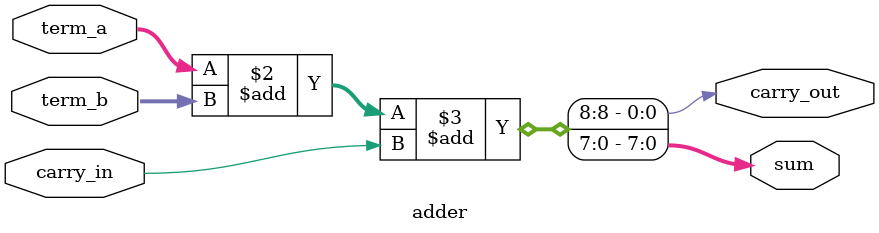
<source format=v>

module adder(
	term_a,
	term_b,
	sum,
	carry_in,
    carry_out
	);
	
	parameter N = 8;
	
	input		[N-1:0]		term_a;
	input		[N-1:0]		term_b;
    input                   carry_in;
	output reg	[N-1:0]		sum;
	output reg				carry_out;
	
	always @ *
	begin
		{carry_out, sum} = term_a + term_b + carry_in;
	end
	
endmodule

</source>
